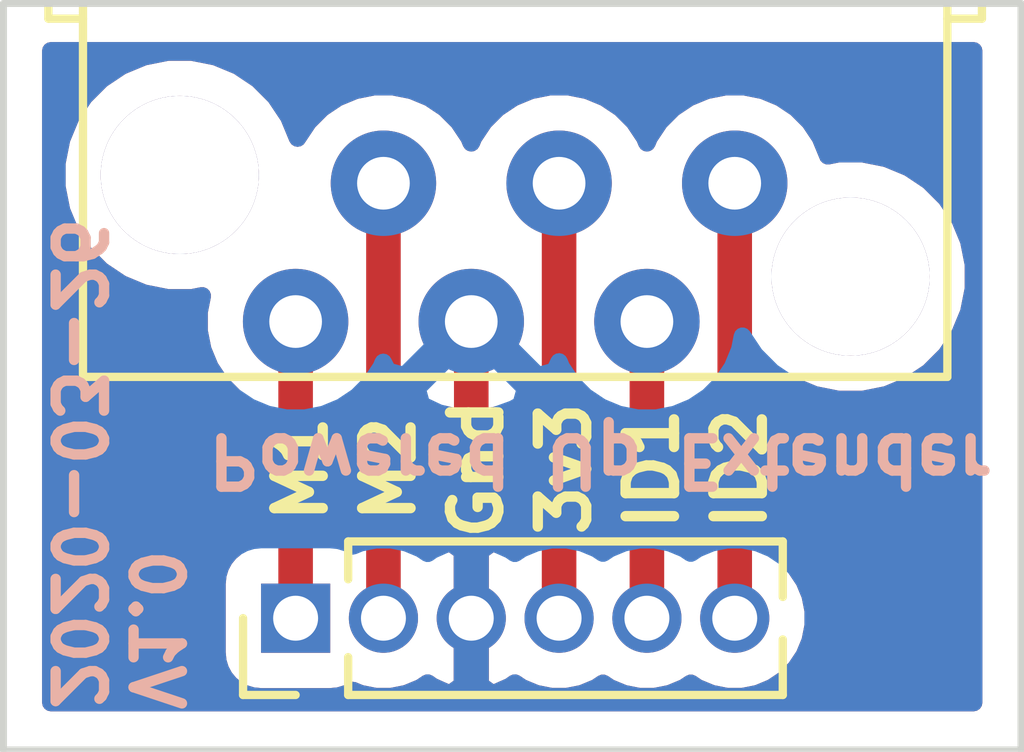
<source format=kicad_pcb>
(kicad_pcb (version 20171130) (host pcbnew "(5.1.5)-3")

  (general
    (thickness 1.6)
    (drawings 12)
    (tracks 6)
    (zones 0)
    (modules 2)
    (nets 7)
  )

  (page A4)
  (layers
    (0 F.Cu signal hide)
    (31 B.Cu signal hide)
    (32 B.Adhes user)
    (33 F.Adhes user)
    (34 B.Paste user)
    (35 F.Paste user)
    (36 B.SilkS user)
    (37 F.SilkS user)
    (38 B.Mask user)
    (39 F.Mask user)
    (40 Dwgs.User user)
    (41 Cmts.User user)
    (42 Eco1.User user)
    (43 Eco2.User user)
    (44 Edge.Cuts user)
    (45 Margin user)
    (46 B.CrtYd user)
    (47 F.CrtYd user)
    (48 B.Fab user)
    (49 F.Fab user)
  )

  (setup
    (last_trace_width 0.25)
    (user_trace_width 0.5)
    (trace_clearance 0.2)
    (zone_clearance 0.508)
    (zone_45_only no)
    (trace_min 0.1524)
    (via_size 0.8)
    (via_drill 0.4)
    (via_min_size 0.508)
    (via_min_drill 0.254)
    (uvia_size 0.3)
    (uvia_drill 0.1)
    (uvias_allowed no)
    (uvia_min_size 0.2)
    (uvia_min_drill 0.1)
    (edge_width 0.05)
    (segment_width 0.2)
    (pcb_text_width 0.3)
    (pcb_text_size 1.5 1.5)
    (mod_edge_width 0.12)
    (mod_text_size 1 1)
    (mod_text_width 0.15)
    (pad_size 1.524 1.524)
    (pad_drill 0.762)
    (pad_to_mask_clearance 0.0508)
    (solder_mask_min_width 0.1016)
    (aux_axis_origin 0 0)
    (grid_origin 92.71 110.8)
    (visible_elements 7FFFFFFF)
    (pcbplotparams
      (layerselection 0x010fc_ffffffff)
      (usegerberextensions false)
      (usegerberattributes false)
      (usegerberadvancedattributes false)
      (creategerberjobfile false)
      (excludeedgelayer true)
      (linewidth 0.100000)
      (plotframeref false)
      (viasonmask false)
      (mode 1)
      (useauxorigin false)
      (hpglpennumber 1)
      (hpglpenspeed 20)
      (hpglpendiameter 15.000000)
      (psnegative false)
      (psa4output false)
      (plotreference true)
      (plotvalue true)
      (plotinvisibletext false)
      (padsonsilk false)
      (subtractmaskfromsilk false)
      (outputformat 1)
      (mirror false)
      (drillshape 1)
      (scaleselection 1)
      (outputdirectory ""))
  )

  (net 0 "")
  (net 1 /M1)
  (net 2 /M2)
  (net 3 "Net-(J1-Pad5)")
  (net 4 "Net-(J1-Pad6)")
  (net 5 /GND)
  (net 6 /3V3)

  (net_class Default "This is the default net class."
    (clearance 0.2)
    (trace_width 0.25)
    (via_dia 0.8)
    (via_drill 0.4)
    (uvia_dia 0.3)
    (uvia_drill 0.1)
    (add_net /3V3)
    (add_net /GND)
    (add_net /M1)
    (add_net /M2)
    (add_net "Net-(J1-Pad5)")
    (add_net "Net-(J1-Pad6)")
  )

  (module Connector_PinHeader_1.27mm:PinHeader_1x06_P1.27mm_Vertical (layer F.Cu) (tedit 59FED6E3) (tstamp 5E7CD88B)
    (at 96.825 106.99 90)
    (descr "Through hole straight pin header, 1x06, 1.27mm pitch, single row")
    (tags "Through hole pin header THT 1x06 1.27mm single row")
    (path /5E7C322A)
    (fp_text reference J3 (at 0 -1.695 90) (layer F.SilkS) hide
      (effects (font (size 1 1) (thickness 0.15)))
    )
    (fp_text value Conn_01x06 (at 0 8.045 90) (layer F.Fab)
      (effects (font (size 1 1) (thickness 0.15)))
    )
    (fp_text user %R (at 0 3.15) (layer F.Fab)
      (effects (font (size 1 1) (thickness 0.15)))
    )
    (fp_line (start 1.55 -1.15) (end -1.55 -1.15) (layer F.CrtYd) (width 0.05))
    (fp_line (start 1.55 7.5) (end 1.55 -1.15) (layer F.CrtYd) (width 0.05))
    (fp_line (start -1.55 7.5) (end 1.55 7.5) (layer F.CrtYd) (width 0.05))
    (fp_line (start -1.55 -1.15) (end -1.55 7.5) (layer F.CrtYd) (width 0.05))
    (fp_line (start -1.11 -0.76) (end 0 -0.76) (layer F.SilkS) (width 0.12))
    (fp_line (start -1.11 0) (end -1.11 -0.76) (layer F.SilkS) (width 0.12))
    (fp_line (start 0.563471 0.76) (end 1.11 0.76) (layer F.SilkS) (width 0.12))
    (fp_line (start -1.11 0.76) (end -0.563471 0.76) (layer F.SilkS) (width 0.12))
    (fp_line (start 1.11 0.76) (end 1.11 7.045) (layer F.SilkS) (width 0.12))
    (fp_line (start -1.11 0.76) (end -1.11 7.045) (layer F.SilkS) (width 0.12))
    (fp_line (start 0.30753 7.045) (end 1.11 7.045) (layer F.SilkS) (width 0.12))
    (fp_line (start -1.11 7.045) (end -0.30753 7.045) (layer F.SilkS) (width 0.12))
    (fp_line (start -1.05 -0.11) (end -0.525 -0.635) (layer F.Fab) (width 0.1))
    (fp_line (start -1.05 6.985) (end -1.05 -0.11) (layer F.Fab) (width 0.1))
    (fp_line (start 1.05 6.985) (end -1.05 6.985) (layer F.Fab) (width 0.1))
    (fp_line (start 1.05 -0.635) (end 1.05 6.985) (layer F.Fab) (width 0.1))
    (fp_line (start -0.525 -0.635) (end 1.05 -0.635) (layer F.Fab) (width 0.1))
    (pad 6 thru_hole oval (at 0 6.35 90) (size 1 1) (drill 0.65) (layers *.Cu *.Mask)
      (net 4 "Net-(J1-Pad6)"))
    (pad 5 thru_hole oval (at 0 5.08 90) (size 1 1) (drill 0.65) (layers *.Cu *.Mask)
      (net 3 "Net-(J1-Pad5)"))
    (pad 4 thru_hole oval (at 0 3.81 90) (size 1 1) (drill 0.65) (layers *.Cu *.Mask)
      (net 6 /3V3))
    (pad 3 thru_hole oval (at 0 2.54 90) (size 1 1) (drill 0.65) (layers *.Cu *.Mask)
      (net 5 /GND))
    (pad 2 thru_hole oval (at 0 1.27 90) (size 1 1) (drill 0.65) (layers *.Cu *.Mask)
      (net 2 /M2))
    (pad 1 thru_hole rect (at 0 0 90) (size 1 1) (drill 0.65) (layers *.Cu *.Mask)
      (net 1 /M1))
    (model ${KISYS3DMOD}/Connector_PinHeader_1.27mm.3dshapes/PinHeader_1x06_P1.27mm_Vertical.wrl
      (at (xyz 0 0 0))
      (scale (xyz 1 1 1))
      (rotate (xyz 0 0 0))
    )
  )

  (module "wedo_2.0:WeDo 2.0 Female Socket" (layer F.Cu) (tedit 5E7CD3A7) (tstamp 5E7C219C)
    (at 100 100)
    (path /5E7C081C)
    (fp_text reference J1 (at 0.33 4.394) (layer F.SilkS) hide
      (effects (font (size 1 1) (thickness 0.15)))
    )
    (fp_text value FemaleConnector (at 11.43 15.24) (layer F.Fab) hide
      (effects (font (size 1 1) (thickness 0.15)))
    )
    (fp_line (start -6.25 3.5) (end -6.25 -3.5) (layer F.SilkS) (width 0.12))
    (fp_line (start 6.25 3.5) (end -6.25 3.5) (layer F.SilkS) (width 0.12))
    (fp_line (start 6.25 -3.5) (end 6.25 3.5) (layer F.SilkS) (width 0.12))
    (fp_line (start -6.25 -3.5) (end 6.25 -3.5) (layer F.SilkS) (width 0.12))
    (fp_line (start 6.25 -2.54) (end 6.75 -2.54) (layer F.SilkS) (width 0.12))
    (fp_line (start 6.25 -1.68) (end 6.75 -1.68) (layer F.SilkS) (width 0.12))
    (fp_line (start 6.75 -2.54) (end 6.75 -1.68) (layer F.SilkS) (width 0.12))
    (fp_line (start -6.75 -1.68) (end -6.25 -1.68) (layer F.SilkS) (width 0.12))
    (fp_line (start -6.75 -2.54) (end -6.75 -1.68) (layer F.SilkS) (width 0.12))
    (fp_line (start -6.75 -2.54) (end -6.25 -2.54) (layer F.SilkS) (width 0.12))
    (pad "" thru_hole circle (at 4.85 2.05) (size 2.286 2.286) (drill 2.286) (layers *.Cu *.Mask))
    (pad "" thru_hole circle (at -4.85 0.58) (size 2.286 2.286) (drill 2.286) (layers *.Cu *.Mask))
    (pad 6 thru_hole circle (at 3.175 0.7) (size 1.524 1.524) (drill 0.762) (layers *.Cu *.Mask)
      (net 4 "Net-(J1-Pad6)"))
    (pad 5 thru_hole circle (at 1.905 2.7) (size 1.524 1.524) (drill 0.762) (layers *.Cu *.Mask)
      (net 3 "Net-(J1-Pad5)"))
    (pad 4 thru_hole circle (at 0.635 0.7) (size 1.524 1.524) (drill 0.762) (layers *.Cu *.Mask)
      (net 6 /3V3))
    (pad 3 thru_hole circle (at -0.635 2.7) (size 1.524 1.524) (drill 0.762) (layers *.Cu *.Mask)
      (net 5 /GND))
    (pad 2 thru_hole circle (at -1.905 0.7) (size 1.524 1.524) (drill 0.762) (layers *.Cu *.Mask)
      (net 2 /M2))
    (pad 1 thru_hole circle (at -3.175 2.7) (size 1.524 1.524) (drill 0.762) (layers *.Cu *.Mask)
      (net 1 /M1))
  )

  (gr_text ID2 (at 103.251 104.831 90) (layer F.SilkS) (tstamp 5E7D258B)
    (effects (font (size 0.7 0.7) (thickness 0.15)))
  )
  (gr_text ID1 (at 101.981 104.831 90) (layer F.SilkS) (tstamp 5E7D2587)
    (effects (font (size 0.7 0.7) (thickness 0.15)))
  )
  (gr_text 3v3 (at 100.711 104.831 90) (layer F.SilkS) (tstamp 5E7D257D)
    (effects (font (size 0.7 0.7) (thickness 0.15)))
  )
  (gr_text "Gnd\n" (at 99.441 104.831 90) (layer F.SilkS) (tstamp 5E7D2575)
    (effects (font (size 0.7 0.7) (thickness 0.15)))
  )
  (gr_text M2 (at 98.171 104.831 90) (layer F.SilkS) (tstamp 5E7D2568)
    (effects (font (size 0.7 0.7) (thickness 0.15)))
  )
  (gr_text M1 (at 96.901 104.831 90) (layer F.SilkS)
    (effects (font (size 0.7 0.7) (thickness 0.15)))
  )
  (gr_text "V1.0\n2020-03-26" (at 94.234 108.387 270) (layer B.SilkS) (tstamp 5E7D2504)
    (effects (font (size 0.7 0.7) (thickness 0.15)) (justify left mirror))
  )
  (gr_text "Powered Up Extender" (at 101.219 104.704 180) (layer B.SilkS)
    (effects (font (size 0.7 0.7) (thickness 0.15)) (justify mirror))
  )
  (gr_line (start 107.315 98.1) (end 107.315 108.895) (layer Edge.Cuts) (width 0.1))
  (gr_line (start 92.6 98.1) (end 107.315 98.1) (layer Edge.Cuts) (width 0.1))
  (gr_line (start 92.6 108.895) (end 92.6 98.1) (layer Edge.Cuts) (width 0.1))
  (gr_line (start 107.315 108.895) (end 92.6 108.895) (layer Edge.Cuts) (width 0.1))

  (segment (start 96.825 106.99) (end 96.825 102.875) (width 0.5) (layer F.Cu) (net 1))
  (segment (start 98.095 106.99) (end 98.095 100.945) (width 0.5) (layer F.Cu) (net 2))
  (segment (start 101.905 106.99) (end 101.905 102.85) (width 0.5) (layer F.Cu) (net 3))
  (segment (start 103.175 106.99) (end 103.175 100.97) (width 0.5) (layer F.Cu) (net 4))
  (segment (start 99.365 106.99) (end 99.365 102.875) (width 0.5) (layer F.Cu) (net 5))
  (segment (start 100.635 100.7) (end 100.635 106.670001) (width 0.5) (layer F.Cu) (net 6))

  (zone (net 5) (net_name /GND) (layer F.Cu) (tstamp 5E7CF3FA) (hatch edge 0.508)
    (connect_pads (clearance 0.508))
    (min_thickness 0.254)
    (fill yes (arc_segments 32) (thermal_gap 0.508) (thermal_bridge_width 0.508))
    (polygon
      (pts
        (xy 107.315 108.895) (xy 91.44 108.895) (xy 91.44 98.1) (xy 107.315 98.1)
      )
    )
    (filled_polygon
      (pts
        (xy 106.630001 108.21) (xy 93.285 108.21) (xy 93.285 100.404882) (xy 93.372 100.404882) (xy 93.372 100.755118)
        (xy 93.440328 101.098623) (xy 93.574357 101.422199) (xy 93.768937 101.713409) (xy 94.016591 101.961063) (xy 94.307801 102.155643)
        (xy 94.631377 102.289672) (xy 94.974882 102.358) (xy 95.325118 102.358) (xy 95.474573 102.328271) (xy 95.428 102.562408)
        (xy 95.428 102.837592) (xy 95.481686 103.10749) (xy 95.586995 103.361727) (xy 95.73988 103.590535) (xy 95.934465 103.78512)
        (xy 95.940001 103.788819) (xy 95.94 105.984498) (xy 95.873815 106.038815) (xy 95.794463 106.135506) (xy 95.735498 106.24582)
        (xy 95.699188 106.365518) (xy 95.686928 106.49) (xy 95.686928 107.49) (xy 95.699188 107.614482) (xy 95.735498 107.73418)
        (xy 95.794463 107.844494) (xy 95.873815 107.941185) (xy 95.970506 108.020537) (xy 96.08082 108.079502) (xy 96.200518 108.115812)
        (xy 96.325 108.128072) (xy 97.325 108.128072) (xy 97.449482 108.115812) (xy 97.56918 108.079502) (xy 97.652226 108.035112)
        (xy 97.763933 108.081383) (xy 97.983212 108.125) (xy 98.206788 108.125) (xy 98.426067 108.081383) (xy 98.632624 107.995824)
        (xy 98.734658 107.927647) (xy 98.804794 107.977123) (xy 99.008136 108.067446) (xy 99.063126 108.084119) (xy 99.238 107.957954)
        (xy 99.238 107.117) (xy 99.226974 107.117) (xy 99.23 107.101788) (xy 99.23 106.878212) (xy 99.226974 106.863)
        (xy 99.238 106.863) (xy 99.238 106.022046) (xy 99.063126 105.895881) (xy 99.008136 105.912554) (xy 98.98 105.925052)
        (xy 98.98 104.043833) (xy 99.162135 104.089023) (xy 99.437017 104.10191) (xy 99.709133 104.060922) (xy 99.750001 104.046196)
        (xy 99.750001 105.925052) (xy 99.721864 105.912554) (xy 99.666874 105.895881) (xy 99.492 106.022046) (xy 99.492 106.863)
        (xy 99.503026 106.863) (xy 99.5 106.878212) (xy 99.5 107.101788) (xy 99.503026 107.117) (xy 99.492 107.117)
        (xy 99.492 107.957954) (xy 99.666874 108.084119) (xy 99.721864 108.067446) (xy 99.925206 107.977123) (xy 99.995342 107.927647)
        (xy 100.097376 107.995824) (xy 100.303933 108.081383) (xy 100.523212 108.125) (xy 100.746788 108.125) (xy 100.966067 108.081383)
        (xy 101.172624 107.995824) (xy 101.27 107.930759) (xy 101.367376 107.995824) (xy 101.573933 108.081383) (xy 101.793212 108.125)
        (xy 102.016788 108.125) (xy 102.236067 108.081383) (xy 102.442624 107.995824) (xy 102.54 107.930759) (xy 102.637376 107.995824)
        (xy 102.843933 108.081383) (xy 103.063212 108.125) (xy 103.286788 108.125) (xy 103.506067 108.081383) (xy 103.712624 107.995824)
        (xy 103.89852 107.871612) (xy 104.056612 107.71352) (xy 104.180824 107.527624) (xy 104.266383 107.321067) (xy 104.31 107.101788)
        (xy 104.31 106.878212) (xy 104.266383 106.658933) (xy 104.180824 106.452376) (xy 104.06 106.27155) (xy 104.06 103.647264)
        (xy 104.331377 103.759672) (xy 104.674882 103.828) (xy 105.025118 103.828) (xy 105.368623 103.759672) (xy 105.692199 103.625643)
        (xy 105.983409 103.431063) (xy 106.231063 103.183409) (xy 106.425643 102.892199) (xy 106.559672 102.568623) (xy 106.628 102.225118)
        (xy 106.628 101.874882) (xy 106.559672 101.531377) (xy 106.425643 101.207801) (xy 106.231063 100.916591) (xy 105.983409 100.668937)
        (xy 105.692199 100.474357) (xy 105.368623 100.340328) (xy 105.025118 100.272) (xy 104.674882 100.272) (xy 104.520349 100.302739)
        (xy 104.518314 100.29251) (xy 104.413005 100.038273) (xy 104.26012 99.809465) (xy 104.065535 99.61488) (xy 103.836727 99.461995)
        (xy 103.58249 99.356686) (xy 103.312592 99.303) (xy 103.037408 99.303) (xy 102.76751 99.356686) (xy 102.513273 99.461995)
        (xy 102.284465 99.61488) (xy 102.08988 99.809465) (xy 101.936995 100.038273) (xy 101.905 100.115515) (xy 101.873005 100.038273)
        (xy 101.72012 99.809465) (xy 101.525535 99.61488) (xy 101.296727 99.461995) (xy 101.04249 99.356686) (xy 100.772592 99.303)
        (xy 100.497408 99.303) (xy 100.22751 99.356686) (xy 99.973273 99.461995) (xy 99.744465 99.61488) (xy 99.54988 99.809465)
        (xy 99.396995 100.038273) (xy 99.365 100.115515) (xy 99.333005 100.038273) (xy 99.18012 99.809465) (xy 98.985535 99.61488)
        (xy 98.756727 99.461995) (xy 98.50249 99.356686) (xy 98.232592 99.303) (xy 97.957408 99.303) (xy 97.68751 99.356686)
        (xy 97.433273 99.461995) (xy 97.204465 99.61488) (xy 97.00988 99.809465) (xy 96.856995 100.038273) (xy 96.853549 100.046594)
        (xy 96.725643 99.737801) (xy 96.531063 99.446591) (xy 96.283409 99.198937) (xy 95.992199 99.004357) (xy 95.668623 98.870328)
        (xy 95.325118 98.802) (xy 94.974882 98.802) (xy 94.631377 98.870328) (xy 94.307801 99.004357) (xy 94.016591 99.198937)
        (xy 93.768937 99.446591) (xy 93.574357 99.737801) (xy 93.440328 100.061377) (xy 93.372 100.404882) (xy 93.285 100.404882)
        (xy 93.285 98.785) (xy 106.63 98.785)
      )
    )
    (filled_polygon
      (pts
        (xy 99.558748 102.685858) (xy 99.544605 102.7) (xy 99.558748 102.714143) (xy 99.379143 102.893748) (xy 99.365 102.879605)
        (xy 99.350858 102.893748) (xy 99.171253 102.714143) (xy 99.185395 102.7) (xy 99.171253 102.685858) (xy 99.350858 102.506253)
        (xy 99.365 102.520395) (xy 99.379143 102.506253)
      )
    )
  )
  (zone (net 5) (net_name /GND) (layer B.Cu) (tstamp 5E7CF3F7) (hatch edge 0.508)
    (connect_pads (clearance 0.508))
    (min_thickness 0.254)
    (fill yes (arc_segments 32) (thermal_gap 0.508) (thermal_bridge_width 0.508))
    (polygon
      (pts
        (xy 107.315 108.895) (xy 92.075 108.895) (xy 92.075 98.1) (xy 107.315 98.1)
      )
    )
    (filled_polygon
      (pts
        (xy 106.630001 108.21) (xy 93.285 108.21) (xy 93.285 106.49) (xy 95.686928 106.49) (xy 95.686928 107.49)
        (xy 95.699188 107.614482) (xy 95.735498 107.73418) (xy 95.794463 107.844494) (xy 95.873815 107.941185) (xy 95.970506 108.020537)
        (xy 96.08082 108.079502) (xy 96.200518 108.115812) (xy 96.325 108.128072) (xy 97.325 108.128072) (xy 97.449482 108.115812)
        (xy 97.56918 108.079502) (xy 97.652226 108.035112) (xy 97.763933 108.081383) (xy 97.983212 108.125) (xy 98.206788 108.125)
        (xy 98.426067 108.081383) (xy 98.632624 107.995824) (xy 98.734658 107.927647) (xy 98.804794 107.977123) (xy 99.008136 108.067446)
        (xy 99.063126 108.084119) (xy 99.238 107.957954) (xy 99.238 107.117) (xy 99.226974 107.117) (xy 99.23 107.101788)
        (xy 99.23 106.878212) (xy 99.226974 106.863) (xy 99.238 106.863) (xy 99.238 106.022046) (xy 99.492 106.022046)
        (xy 99.492 106.863) (xy 99.503026 106.863) (xy 99.5 106.878212) (xy 99.5 107.101788) (xy 99.503026 107.117)
        (xy 99.492 107.117) (xy 99.492 107.957954) (xy 99.666874 108.084119) (xy 99.721864 108.067446) (xy 99.925206 107.977123)
        (xy 99.995342 107.927647) (xy 100.097376 107.995824) (xy 100.303933 108.081383) (xy 100.523212 108.125) (xy 100.746788 108.125)
        (xy 100.966067 108.081383) (xy 101.172624 107.995824) (xy 101.27 107.930759) (xy 101.367376 107.995824) (xy 101.573933 108.081383)
        (xy 101.793212 108.125) (xy 102.016788 108.125) (xy 102.236067 108.081383) (xy 102.442624 107.995824) (xy 102.54 107.930759)
        (xy 102.637376 107.995824) (xy 102.843933 108.081383) (xy 103.063212 108.125) (xy 103.286788 108.125) (xy 103.506067 108.081383)
        (xy 103.712624 107.995824) (xy 103.89852 107.871612) (xy 104.056612 107.71352) (xy 104.180824 107.527624) (xy 104.266383 107.321067)
        (xy 104.31 107.101788) (xy 104.31 106.878212) (xy 104.266383 106.658933) (xy 104.180824 106.452376) (xy 104.056612 106.26648)
        (xy 103.89852 106.108388) (xy 103.712624 105.984176) (xy 103.506067 105.898617) (xy 103.286788 105.855) (xy 103.063212 105.855)
        (xy 102.843933 105.898617) (xy 102.637376 105.984176) (xy 102.54 106.049241) (xy 102.442624 105.984176) (xy 102.236067 105.898617)
        (xy 102.016788 105.855) (xy 101.793212 105.855) (xy 101.573933 105.898617) (xy 101.367376 105.984176) (xy 101.27 106.049241)
        (xy 101.172624 105.984176) (xy 100.966067 105.898617) (xy 100.746788 105.855) (xy 100.523212 105.855) (xy 100.303933 105.898617)
        (xy 100.097376 105.984176) (xy 99.995342 106.052353) (xy 99.925206 106.002877) (xy 99.721864 105.912554) (xy 99.666874 105.895881)
        (xy 99.492 106.022046) (xy 99.238 106.022046) (xy 99.063126 105.895881) (xy 99.008136 105.912554) (xy 98.804794 106.002877)
        (xy 98.734658 106.052353) (xy 98.632624 105.984176) (xy 98.426067 105.898617) (xy 98.206788 105.855) (xy 97.983212 105.855)
        (xy 97.763933 105.898617) (xy 97.652226 105.944888) (xy 97.56918 105.900498) (xy 97.449482 105.864188) (xy 97.325 105.851928)
        (xy 96.325 105.851928) (xy 96.200518 105.864188) (xy 96.08082 105.900498) (xy 95.970506 105.959463) (xy 95.873815 106.038815)
        (xy 95.794463 106.135506) (xy 95.735498 106.24582) (xy 95.699188 106.365518) (xy 95.686928 106.49) (xy 93.285 106.49)
        (xy 93.285 100.404882) (xy 93.372 100.404882) (xy 93.372 100.755118) (xy 93.440328 101.098623) (xy 93.574357 101.422199)
        (xy 93.768937 101.713409) (xy 94.016591 101.961063) (xy 94.307801 102.155643) (xy 94.631377 102.289672) (xy 94.974882 102.358)
        (xy 95.325118 102.358) (xy 95.474573 102.328271) (xy 95.428 102.562408) (xy 95.428 102.837592) (xy 95.481686 103.10749)
        (xy 95.586995 103.361727) (xy 95.73988 103.590535) (xy 95.934465 103.78512) (xy 96.163273 103.938005) (xy 96.41751 104.043314)
        (xy 96.687408 104.097) (xy 96.962592 104.097) (xy 97.23249 104.043314) (xy 97.486727 103.938005) (xy 97.715535 103.78512)
        (xy 97.83509 103.665565) (xy 98.57904 103.665565) (xy 98.64602 103.905656) (xy 98.895048 104.022756) (xy 99.162135 104.089023)
        (xy 99.437017 104.10191) (xy 99.709133 104.060922) (xy 99.968023 103.967636) (xy 100.08398 103.905656) (xy 100.15096 103.665565)
        (xy 99.365 102.879605) (xy 98.57904 103.665565) (xy 97.83509 103.665565) (xy 97.91012 103.590535) (xy 98.063005 103.361727)
        (xy 98.092692 103.290057) (xy 98.097364 103.303023) (xy 98.159344 103.41898) (xy 98.399435 103.48596) (xy 99.185395 102.7)
        (xy 99.171253 102.685858) (xy 99.350858 102.506253) (xy 99.365 102.520395) (xy 99.379143 102.506253) (xy 99.558748 102.685858)
        (xy 99.544605 102.7) (xy 100.330565 103.48596) (xy 100.570656 103.41898) (xy 100.634485 103.28324) (xy 100.666995 103.361727)
        (xy 100.81988 103.590535) (xy 101.014465 103.78512) (xy 101.243273 103.938005) (xy 101.49751 104.043314) (xy 101.767408 104.097)
        (xy 102.042592 104.097) (xy 102.31249 104.043314) (xy 102.566727 103.938005) (xy 102.795535 103.78512) (xy 102.99012 103.590535)
        (xy 103.143005 103.361727) (xy 103.248314 103.10749) (xy 103.287288 102.911552) (xy 103.468937 103.183409) (xy 103.716591 103.431063)
        (xy 104.007801 103.625643) (xy 104.331377 103.759672) (xy 104.674882 103.828) (xy 105.025118 103.828) (xy 105.368623 103.759672)
        (xy 105.692199 103.625643) (xy 105.983409 103.431063) (xy 106.231063 103.183409) (xy 106.425643 102.892199) (xy 106.559672 102.568623)
        (xy 106.628 102.225118) (xy 106.628 101.874882) (xy 106.559672 101.531377) (xy 106.425643 101.207801) (xy 106.231063 100.916591)
        (xy 105.983409 100.668937) (xy 105.692199 100.474357) (xy 105.368623 100.340328) (xy 105.025118 100.272) (xy 104.674882 100.272)
        (xy 104.520349 100.302739) (xy 104.518314 100.29251) (xy 104.413005 100.038273) (xy 104.26012 99.809465) (xy 104.065535 99.61488)
        (xy 103.836727 99.461995) (xy 103.58249 99.356686) (xy 103.312592 99.303) (xy 103.037408 99.303) (xy 102.76751 99.356686)
        (xy 102.513273 99.461995) (xy 102.284465 99.61488) (xy 102.08988 99.809465) (xy 101.936995 100.038273) (xy 101.905 100.115515)
        (xy 101.873005 100.038273) (xy 101.72012 99.809465) (xy 101.525535 99.61488) (xy 101.296727 99.461995) (xy 101.04249 99.356686)
        (xy 100.772592 99.303) (xy 100.497408 99.303) (xy 100.22751 99.356686) (xy 99.973273 99.461995) (xy 99.744465 99.61488)
        (xy 99.54988 99.809465) (xy 99.396995 100.038273) (xy 99.365 100.115515) (xy 99.333005 100.038273) (xy 99.18012 99.809465)
        (xy 98.985535 99.61488) (xy 98.756727 99.461995) (xy 98.50249 99.356686) (xy 98.232592 99.303) (xy 97.957408 99.303)
        (xy 97.68751 99.356686) (xy 97.433273 99.461995) (xy 97.204465 99.61488) (xy 97.00988 99.809465) (xy 96.856995 100.038273)
        (xy 96.853549 100.046594) (xy 96.725643 99.737801) (xy 96.531063 99.446591) (xy 96.283409 99.198937) (xy 95.992199 99.004357)
        (xy 95.668623 98.870328) (xy 95.325118 98.802) (xy 94.974882 98.802) (xy 94.631377 98.870328) (xy 94.307801 99.004357)
        (xy 94.016591 99.198937) (xy 93.768937 99.446591) (xy 93.574357 99.737801) (xy 93.440328 100.061377) (xy 93.372 100.404882)
        (xy 93.285 100.404882) (xy 93.285 98.785) (xy 106.63 98.785)
      )
    )
  )
)

</source>
